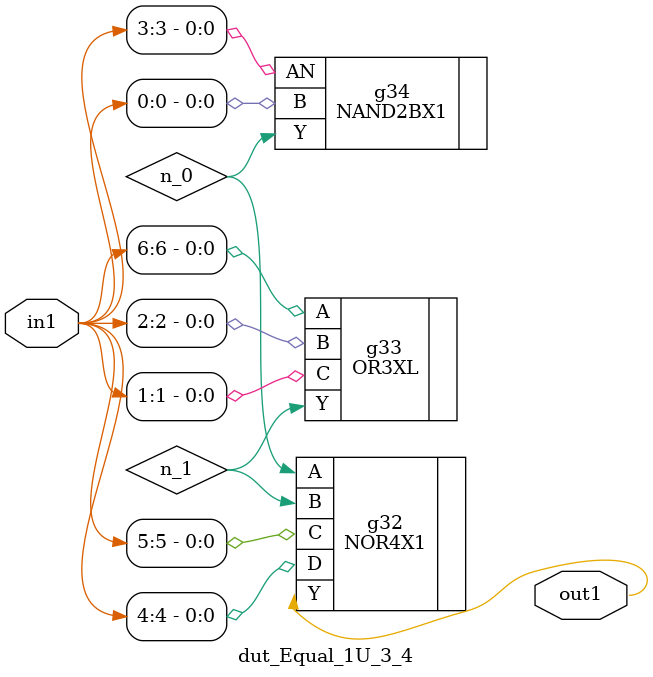
<source format=v>
`timescale 1ps / 1ps


module dut_Equal_1U_3_4(in1, out1);
  input [6:0] in1;
  output out1;
  wire [6:0] in1;
  wire out1;
  wire n_0, n_1;
  NOR4X1 g32(.A (n_0), .B (n_1), .C (in1[5]), .D (in1[4]), .Y (out1));
  OR3XL g33(.A (in1[6]), .B (in1[2]), .C (in1[1]), .Y (n_1));
  NAND2BX1 g34(.AN (in1[3]), .B (in1[0]), .Y (n_0));
endmodule



</source>
